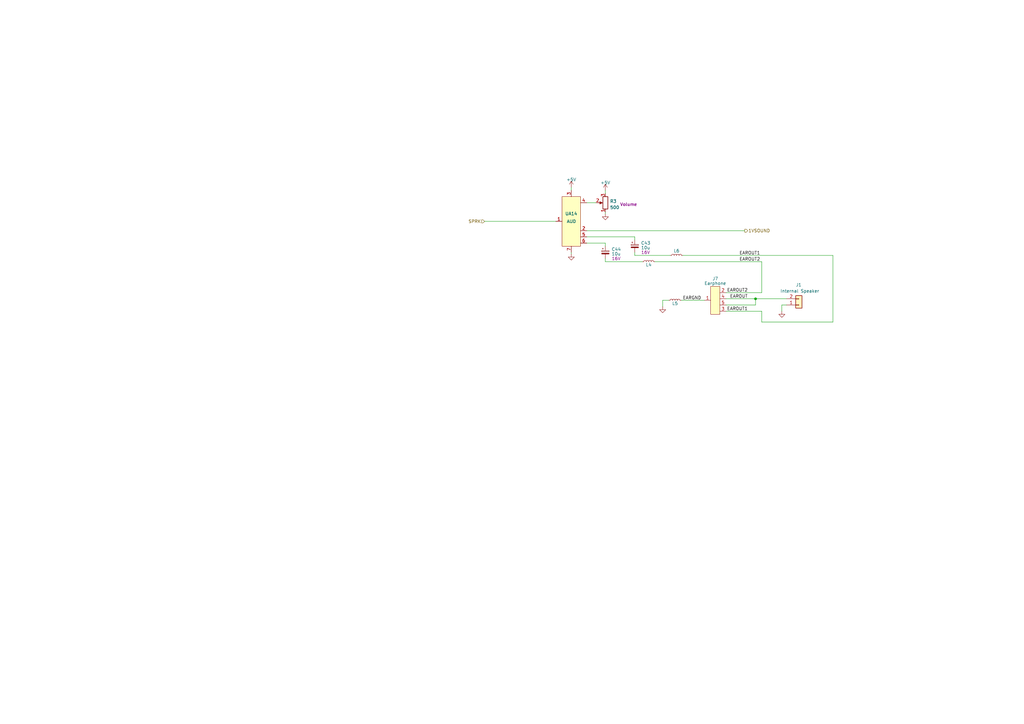
<source format=kicad_sch>
(kicad_sch (version 20230121) (generator eeschema)
  (paper "A3")
  (title_block (title "Sound"))
  (lib_symbols
    (symbol "Apple IIc Schematic Symbols:AUD"
      (property "Reference" "U" (at -1.27 4.445 0))
      (property "Value" "AUD" (at 0 -3.175 0))
      (symbol "AUD_0_0"
        (pin input line (at -6.35 0 0) (length 2.54) (name "") (number "1"))
        (pin output line (at 6.35 -3.81 180) (length 2.54) (name "") (number "2"))
        (pin power_in line (at 0 12.7 270) (length 2.54) (name "") (number "3"))
        (pin input line (at 6.35 7.62 180) (length 2.54) (name "") (number "4"))
        (pin output line (at 6.35 -6.35 180) (length 2.54) (name "") (number "5"))
        (pin output line (at 6.35 -8.89 180) (length 2.54) (name "") (number "6"))
        (pin power_in line (at 0 -12.7 90) (length 2.54) (name "") (number "7"))
      )
      (symbol "AUD_0_1"
        (rectangle (start -3.81 10.16) (end 3.81 -10.16) (fill (type background)))
      )
    )
    (symbol "Apple IIc Schematic Symbols:Conn_Earphone-IIc-5pin"
      (property "Reference" "J" (at 0 8.89 0))
      (property "Value" "Earphone" (at 0 6.985 0))
      (symbol "Conn_Earphone-IIc-5pin_0_0"
        (pin passive line (at -4.445 0 0) (length 2.54) (name "") (number "1"))
        (pin passive line (at 4.445 3.175 180) (length 2.54) (name "") (number "2"))
        (pin passive line (at 4.445 -4.445 180) (length 2.54) (name "") (number "3"))
        (pin passive line (at 4.445 0.635 180) (length 2.54) (name "") (number "4"))
        (pin passive line (at 4.445 -1.905 180) (length 2.54) (name "") (number "5"))
      )
      (symbol "Conn_Earphone-IIc-5pin_0_1"
        (rectangle (start -1.905 5.715) (end 1.905 -5.715) (fill (type background)))
      )
    )
    (symbol "Connector_Generic:Conn_01x02" (pin_names (offset 1.016) hide)
      (property "Reference" "J" (at 0 2.54 0))
      (property "Value" "Conn_01x02" (at 0 -5.08 0))
      (symbol "Conn_01x02_1_1"
        (rectangle (start -1.27 -2.413) (end 0 -2.667) (stroke (width 0.1524)))
        (rectangle (start -1.27 0.127) (end 0 -0.127) (stroke (width 0.1524)))
        (rectangle (start -1.27 1.27) (end 1.27 -3.81) (stroke (width 0.254)) (fill (type background)))
        (pin passive line (at -5.08 0 0) (length 3.81) (name "Pin_1") (number "1"))
        (pin passive line (at -5.08 -2.54 0) (length 3.81) (name "Pin_2") (number "2"))
      )
    )
    (symbol "Device:C_Polarized_Small" (pin_numbers hide) (pin_names (offset 0.254) hide)
      (property "Reference" "C" (at 0.254 1.778 0))
      (property "Value" "C_Polarized_Small" (at 0.254 -2.032 0))
      (symbol "C_Polarized_Small_0_1"
        (rectangle (start -1.524 -0.3048) (end 1.524 -0.6858) (fill (type outline)))
        (rectangle (start -1.524 0.6858) (end 1.524 0.3048))
        (polyline (pts (xy -1.27 1.524) (xy -0.762 1.524)))
        (polyline (pts (xy -1.016 1.27) (xy -1.016 1.778)))
      )
      (symbol "C_Polarized_Small_1_1"
        (pin passive line (at 0 2.54 270) (length 1.8542) (name "~") (number "1"))
        (pin passive line (at 0 -2.54 90) (length 1.8542) (name "~") (number "2"))
      )
    )
    (symbol "Device:L_Small" (pin_numbers hide) (pin_names (offset 0.254) hide)
      (property "Reference" "L" (at 0.762 1.016 0))
      (property "Value" "L_Small" (at 0.762 -1.016 0))
      (symbol "L_Small_0_1"
        (arc (start 0 -2.032) (mid 0.5058 -1.524) (end 0 -1.016))
        (arc (start 0 -1.016) (mid 0.5058 -0.508) (end 0 0))
        (arc (start 0 0) (mid 0.5058 0.508) (end 0 1.016))
        (arc (start 0 1.016) (mid 0.5058 1.524) (end 0 2.032))
      )
      (symbol "L_Small_1_1"
        (pin passive line (at 0 2.54 270) (length 0.508) (name "~") (number "1"))
        (pin passive line (at 0 -2.54 90) (length 0.508) (name "~") (number "2"))
      )
    )
    (symbol "Device:R_Potentiometer" (pin_names (offset 1.016) hide)
      (property "Reference" "RV" (at -4.445 0 90))
      (property "Value" "R_Potentiometer" (at -2.54 0 90))
      (symbol "R_Potentiometer_0_1"
        (polyline (pts (xy 2.54 0) (xy 1.524 0)))
        (polyline (pts (xy 1.143 0) (xy 2.286 0.508) (xy 2.286 -0.508) (xy 1.143 0)) (fill (type outline)))
        (rectangle (start 1.016 2.54) (end -1.016 -2.54) (stroke (width 0.254)))
      )
      (symbol "R_Potentiometer_1_1"
        (pin passive line (at 0 3.81 270) (length 1.27) (name "1") (number "1"))
        (pin passive line (at 3.81 0 180) (length 1.27) (name "2") (number "2"))
        (pin passive line (at 0 -3.81 90) (length 1.27) (name "3") (number "3"))
      )
    )
    (symbol "power:+5V" (power) (pin_names (offset 0))
      (property "Value" "+5V" (at 0 3.556 0))
      (symbol "+5V_0_1"
        (polyline (pts (xy -0.762 1.27) (xy 0 2.54)))
        (polyline (pts (xy 0 0) (xy 0 2.54)))
        (polyline (pts (xy 0 2.54) (xy 0.762 1.27)))
      )
      (symbol "+5V_1_1"
        (pin power_in line (at 0 0 90) (length 0) hide (name "+5V") (number "1"))
      )
    )
    (symbol "power:GND" (power) (pin_names (offset 0))
      (property "Value" "GND" (at 0 -3.81 0))
      (symbol "GND_0_1"
        (polyline (pts (xy 0 0) (xy 0 -1.27) (xy 1.27 -1.27) (xy 0 -2.54) (xy -1.27 -1.27) (xy 0 -1.27)))
      )
      (symbol "GND_1_1"
        (pin power_in line (at 0 0 270) (length 0) hide (name "GND") (number "1"))
      )
    )
  )
  (junction (at 309.88 122.555))
  (wire (pts (xy 297.815 127.635) (xy 312.42 127.635)))
  (wire (pts (xy 240.665 94.615) (xy 305.435 94.615)))
  (wire (pts (xy 240.665 83.185) (xy 244.475 83.185)))
  (wire (pts (xy 280.035 104.775) (xy 341.63 104.775)))
  (wire (pts (xy 320.675 125.095) (xy 322.58 125.095)))
  (wire (pts (xy 260.35 103.505) (xy 260.35 104.775)))
  (wire (pts (xy 248.285 106.045) (xy 248.285 107.315)))
  (wire (pts (xy 312.42 132.08) (xy 312.42 127.635)))
  (wire (pts (xy 248.285 99.695) (xy 248.285 100.965)))
  (wire (pts (xy 234.315 103.505) (xy 234.315 104.14)))
  (wire (pts (xy 260.35 97.155) (xy 260.35 98.425)))
  (wire (pts (xy 297.815 122.555) (xy 309.88 122.555)))
  (wire (pts (xy 248.285 107.315) (xy 263.525 107.315)))
  (wire (pts (xy 240.665 99.695) (xy 248.285 99.695)))
  (wire (pts (xy 260.35 104.775) (xy 274.955 104.775)))
  (wire (pts (xy 297.815 120.015) (xy 312.42 120.015)))
  (wire (pts (xy 248.285 86.995) (xy 248.285 87.63)))
  (wire (pts (xy 234.315 76.835) (xy 234.315 78.105)))
  (wire (pts (xy 341.63 104.775) (xy 341.63 132.08)))
  (wire (pts (xy 341.63 132.08) (xy 312.42 132.08)))
  (wire (pts (xy 198.755 90.805) (xy 227.965 90.805)))
  (wire (pts (xy 271.78 125.73) (xy 271.78 123.19)))
  (wire (pts (xy 268.605 107.315) (xy 312.42 107.315)))
  (wire (pts (xy 309.88 122.555) (xy 322.58 122.555)))
  (wire (pts (xy 312.42 107.315) (xy 312.42 120.015)))
  (wire (pts (xy 297.815 125.095) (xy 309.88 125.095)))
  (wire (pts (xy 248.285 78.105) (xy 248.285 79.375)))
  (wire (pts (xy 271.78 123.19) (xy 274.32 123.19)))
  (wire (pts (xy 279.4 123.19) (xy 288.925 123.19)))
  (wire (pts (xy 240.665 97.155) (xy 260.35 97.155)))
  (wire (pts (xy 320.675 127.635) (xy 320.675 125.095)))
  (wire (pts (xy 309.88 125.095) (xy 309.88 122.555)))
  (label "EAROUT" (at 306.705 122.555 180))
  (label "EAROUT2" (at 306.705 120.015 180))
  (label "EARGND" (at 280.035 123.19 0))
  (label "EAROUT1" (at 306.705 127.635 180))
  (label "EAROUT1" (at 311.785 104.775 180))
  (label "EAROUT2" (at 311.785 107.315 180))
  (hierarchical_label "1VSOUND" (shape output) (at 305.435 94.615 0))
  (hierarchical_label "SPRK" (shape input) (at 198.755 90.805 180))
  (symbol (lib_id "power:GND") (at 234.315 104.14 0) (unit 1)
    (property "Reference" "#PWR0108" (effects hide))
    (property "Value" "GND" (effects hide))
    (instances (project "Apple IIc" (path "" (reference "#PWR0108") (unit 1)) (path "" (reference "#PWR0106") (unit 1))))
  )
  (symbol (lib_id "Device:C_Polarized_Small") (at 248.285 103.505 0) (unit 1)
    (property "Reference" "C44" (at 250.825 102.235 0) (effects (justify left)))
    (property "Value" "10u" (at 250.825 104.14 0) (effects (justify left)))
    (property "Voltage" "16V" (at 252.73 106.045 0))
    (instances (project "Apple IIc" (path "" (reference "C44") (unit 1)) (path "" (reference "C31") (unit 1))))
  )
  (symbol (lib_id "power:GND") (at 320.675 127.635 0) (unit 1)
    (property "Reference" "#PWR0109" (effects hide))
    (property "Value" "GND" (effects hide))
    (instances (project "Apple IIc" (path "" (reference "#PWR0109") (unit 1)) (path "" (reference "#PWR0152") (unit 1))))
  )
  (symbol (lib_id "Device:L_Small") (at 277.495 104.775 90) (unit 1)
    (property "Reference" "L6" (at 277.495 102.87 90))
    (property "Value" "L_Small" (effects hide))
    (instances (project "Apple IIc" (path "" (reference "L6") (unit 1)) (path "" (reference "L5") (unit 1))))
  )
  (symbol (lib_id "power:GND") (at 248.285 87.63 0) (unit 1)
    (property "Reference" "#PWR0107" (effects hide))
    (property "Value" "GND" (effects hide))
    (instances (project "Apple IIc" (path "" (reference "#PWR0107") (unit 1)) (path "" (reference "#PWR0108") (unit 1))))
  )
  (symbol (lib_id "Apple IIc Schematic Symbols:Conn_Earphone-IIc-5pin") (at 293.37 123.19 0) (unit 1)
    (property "Reference" "J7" (at 293.37 114.3 0))
    (property "Value" "Earphone" (at 293.37 116.205 0))
  )
  (symbol (lib_id "power:+5V") (at 248.285 78.105 0) (unit 1)
    (property "Reference" "#PWR0105" (effects hide))
    (property "Value" "+5V" (at 248.285 74.93 0))
    (instances (project "Apple IIc" (path "" (reference "#PWR0105") (unit 1)) (path "" (reference "#PWR0107") (unit 1))))
  )
  (symbol (lib_id "Connector_Generic:Conn_01x02") (at 327.66 125.095 0) (mirror x) (unit 1)
    (property "Reference" "J1" (at 326.39 116.84 0) (effects (justify left)))
    (property "Value" "Internal Speaker" (at 320.04 119.38 0) (effects (justify left)))
  )
  (symbol (lib_id "Apple IIc Schematic Symbols:AUD") (at 234.315 90.805 0) (unit 1)
    (property "Reference" "UA14" (at 231.775 87.63 0) (effects (justify left)))
    (property "Value" "AUD" (at 232.41 90.805 0) (effects (justify left)))
    (instances (project "Apple IIc" (path "" (reference "UA14") (unit 1)) (path "" (reference "UA1") (unit 1))))
  )
  (symbol (lib_id "power:GND") (at 271.78 125.73 0) (unit 1)
    (property "Reference" "#PWR0109" (effects hide))
    (property "Value" "GND" (effects hide))
  )
  (symbol (lib_id "Device:R_Potentiometer") (at 248.285 83.185 180) (unit 1)
    (property "Reference" "R3" (at 250.19 82.55 0) (effects (justify right)))
    (property "Value" "500" (at 250.19 85.09 0) (effects (justify right)))
    (property "Function" "Volume" (at 257.81 83.82 0))
  )
  (symbol (lib_id "Device:L_Small") (at 276.86 123.19 90) (unit 1)
    (property "Reference" "L5" (at 276.86 124.46 90))
    (property "Value" "L_Small" (effects hide))
    (instances (project "Apple IIc" (path "" (reference "L5") (unit 1)) (path "" (reference "L6") (unit 1))))
  )
  (symbol (lib_id "power:+5V") (at 234.315 76.835 0) (unit 1)
    (property "Reference" "#PWR0106" (effects hide))
    (property "Value" "+5V" (at 234.315 73.66 0))
    (instances (project "Apple IIc" (path "" (reference "#PWR0106") (unit 1)) (path "" (reference "#PWR0105") (unit 1))))
  )
  (symbol (lib_id "Device:L_Small") (at 266.065 107.315 90) (unit 1)
    (property "Reference" "L4" (at 266.065 108.585 90))
    (property "Value" "L_Small" (effects hide))
  )
  (symbol (lib_id "Device:C_Polarized_Small") (at 260.35 100.965 0) (unit 1)
    (property "Reference" "C43" (at 262.89 99.695 0) (effects (justify left)))
    (property "Value" "10u" (at 262.89 101.6 0) (effects (justify left)))
    (property "Voltage" "16V" (at 264.795 103.505 0))
    (instances (project "Apple IIc" (path "" (reference "C43") (unit 1)) (path "" (reference "C32") (unit 1))))
  )
)
</source>
